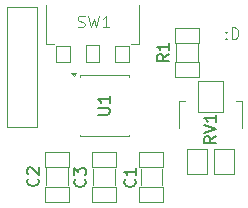
<source format=gbr>
%TF.GenerationSoftware,KiCad,Pcbnew,9.0.7*%
%TF.CreationDate,2026-01-21T13:14:29+02:00*%
%TF.ProjectId,Electronics Assignment 2,456c6563-7472-46f6-9e69-637320417373,rev?*%
%TF.SameCoordinates,Original*%
%TF.FileFunction,Legend,Top*%
%TF.FilePolarity,Positive*%
%FSLAX46Y46*%
G04 Gerber Fmt 4.6, Leading zero omitted, Abs format (unit mm)*
G04 Created by KiCad (PCBNEW 9.0.7) date 2026-01-21 13:14:29*
%MOMM*%
%LPD*%
G01*
G04 APERTURE LIST*
%ADD10C,0.100000*%
%ADD11C,0.150000*%
%ADD12C,0.120000*%
G04 APERTURE END LIST*
D10*
X138908326Y-104408326D02*
X140071073Y-104408326D01*
X140071073Y-105772918D01*
X138908326Y-105772918D01*
X138908326Y-104408326D01*
X146500000Y-105828910D02*
X148500000Y-105828910D01*
X148500000Y-107091428D01*
X146500000Y-107091428D01*
X146500000Y-105828910D01*
X141422647Y-104426123D02*
X142569655Y-104426123D01*
X142569655Y-105773280D01*
X141422647Y-105773280D01*
X141422647Y-104426123D01*
X135500000Y-113398302D02*
X137500000Y-113398302D01*
X137500000Y-114735791D01*
X135500000Y-114735791D01*
X135500000Y-113398302D01*
X148415067Y-107436882D02*
X150576172Y-107436882D01*
X150576172Y-110076172D01*
X148415067Y-110076172D01*
X148415067Y-107436882D01*
X143464546Y-116365497D02*
X145464546Y-116365497D01*
X145464546Y-117653695D01*
X143464546Y-117653695D01*
X143464546Y-116365497D01*
X139436287Y-113429804D02*
X141500000Y-113429804D01*
X141500000Y-114729728D01*
X139436287Y-114729728D01*
X139436287Y-113429804D01*
X135470690Y-116352165D02*
X137524278Y-116352165D01*
X137524278Y-117647835D01*
X135470690Y-117647835D01*
X135470690Y-116352165D01*
X143470301Y-113440225D02*
X145493856Y-113440225D01*
X145493856Y-114731147D01*
X143470301Y-114731147D01*
X143470301Y-113440225D01*
X149788804Y-113172320D02*
X151488308Y-113172320D01*
X151488308Y-115322274D01*
X149788804Y-115322274D01*
X149788804Y-113172320D01*
X139470690Y-116371532D02*
X141470690Y-116371532D01*
X141470690Y-117697687D01*
X139470690Y-117697687D01*
X139470690Y-116371532D01*
X147489475Y-113172320D02*
X149188979Y-113172320D01*
X149188979Y-115322200D01*
X147489475Y-115322200D01*
X147489475Y-113172320D01*
X136423570Y-104428982D02*
X137568311Y-104428982D01*
X137568311Y-105771280D01*
X136423570Y-105771280D01*
X136423570Y-104428982D01*
X146500000Y-102907953D02*
X148500000Y-102907953D01*
X148500000Y-104170471D01*
X146500000Y-104170471D01*
X146500000Y-102907953D01*
X150803884Y-103777180D02*
X150851503Y-103824800D01*
X150851503Y-103824800D02*
X150803884Y-103872419D01*
X150803884Y-103872419D02*
X150756265Y-103824800D01*
X150756265Y-103824800D02*
X150803884Y-103777180D01*
X150803884Y-103777180D02*
X150803884Y-103872419D01*
X150803884Y-103253371D02*
X150851503Y-103300990D01*
X150851503Y-103300990D02*
X150803884Y-103348609D01*
X150803884Y-103348609D02*
X150756265Y-103300990D01*
X150756265Y-103300990D02*
X150803884Y-103253371D01*
X150803884Y-103253371D02*
X150803884Y-103348609D01*
X151280074Y-103872419D02*
X151280074Y-102872419D01*
X151280074Y-102872419D02*
X151518169Y-102872419D01*
X151518169Y-102872419D02*
X151661026Y-102920038D01*
X151661026Y-102920038D02*
X151756264Y-103015276D01*
X151756264Y-103015276D02*
X151803883Y-103110514D01*
X151803883Y-103110514D02*
X151851502Y-103300990D01*
X151851502Y-103300990D02*
X151851502Y-103443847D01*
X151851502Y-103443847D02*
X151803883Y-103634323D01*
X151803883Y-103634323D02*
X151756264Y-103729561D01*
X151756264Y-103729561D02*
X151661026Y-103824800D01*
X151661026Y-103824800D02*
X151518169Y-103872419D01*
X151518169Y-103872419D02*
X151280074Y-103872419D01*
X138256265Y-102824800D02*
X138399122Y-102872419D01*
X138399122Y-102872419D02*
X138637217Y-102872419D01*
X138637217Y-102872419D02*
X138732455Y-102824800D01*
X138732455Y-102824800D02*
X138780074Y-102777180D01*
X138780074Y-102777180D02*
X138827693Y-102681942D01*
X138827693Y-102681942D02*
X138827693Y-102586704D01*
X138827693Y-102586704D02*
X138780074Y-102491466D01*
X138780074Y-102491466D02*
X138732455Y-102443847D01*
X138732455Y-102443847D02*
X138637217Y-102396228D01*
X138637217Y-102396228D02*
X138446741Y-102348609D01*
X138446741Y-102348609D02*
X138351503Y-102300990D01*
X138351503Y-102300990D02*
X138303884Y-102253371D01*
X138303884Y-102253371D02*
X138256265Y-102158133D01*
X138256265Y-102158133D02*
X138256265Y-102062895D01*
X138256265Y-102062895D02*
X138303884Y-101967657D01*
X138303884Y-101967657D02*
X138351503Y-101920038D01*
X138351503Y-101920038D02*
X138446741Y-101872419D01*
X138446741Y-101872419D02*
X138684836Y-101872419D01*
X138684836Y-101872419D02*
X138827693Y-101920038D01*
X139161027Y-101872419D02*
X139399122Y-102872419D01*
X139399122Y-102872419D02*
X139589598Y-102158133D01*
X139589598Y-102158133D02*
X139780074Y-102872419D01*
X139780074Y-102872419D02*
X140018170Y-101872419D01*
X140922931Y-102872419D02*
X140351503Y-102872419D01*
X140637217Y-102872419D02*
X140637217Y-101872419D01*
X140637217Y-101872419D02*
X140541979Y-102015276D01*
X140541979Y-102015276D02*
X140446741Y-102110514D01*
X140446741Y-102110514D02*
X140351503Y-102158133D01*
D11*
X134859580Y-115691666D02*
X134907200Y-115739285D01*
X134907200Y-115739285D02*
X134954819Y-115882142D01*
X134954819Y-115882142D02*
X134954819Y-115977380D01*
X134954819Y-115977380D02*
X134907200Y-116120237D01*
X134907200Y-116120237D02*
X134811961Y-116215475D01*
X134811961Y-116215475D02*
X134716723Y-116263094D01*
X134716723Y-116263094D02*
X134526247Y-116310713D01*
X134526247Y-116310713D02*
X134383390Y-116310713D01*
X134383390Y-116310713D02*
X134192914Y-116263094D01*
X134192914Y-116263094D02*
X134097676Y-116215475D01*
X134097676Y-116215475D02*
X134002438Y-116120237D01*
X134002438Y-116120237D02*
X133954819Y-115977380D01*
X133954819Y-115977380D02*
X133954819Y-115882142D01*
X133954819Y-115882142D02*
X134002438Y-115739285D01*
X134002438Y-115739285D02*
X134050057Y-115691666D01*
X134050057Y-115310713D02*
X134002438Y-115263094D01*
X134002438Y-115263094D02*
X133954819Y-115167856D01*
X133954819Y-115167856D02*
X133954819Y-114929761D01*
X133954819Y-114929761D02*
X134002438Y-114834523D01*
X134002438Y-114834523D02*
X134050057Y-114786904D01*
X134050057Y-114786904D02*
X134145295Y-114739285D01*
X134145295Y-114739285D02*
X134240533Y-114739285D01*
X134240533Y-114739285D02*
X134383390Y-114786904D01*
X134383390Y-114786904D02*
X134954819Y-115358332D01*
X134954819Y-115358332D02*
X134954819Y-114739285D01*
X138834580Y-115741666D02*
X138882200Y-115789285D01*
X138882200Y-115789285D02*
X138929819Y-115932142D01*
X138929819Y-115932142D02*
X138929819Y-116027380D01*
X138929819Y-116027380D02*
X138882200Y-116170237D01*
X138882200Y-116170237D02*
X138786961Y-116265475D01*
X138786961Y-116265475D02*
X138691723Y-116313094D01*
X138691723Y-116313094D02*
X138501247Y-116360713D01*
X138501247Y-116360713D02*
X138358390Y-116360713D01*
X138358390Y-116360713D02*
X138167914Y-116313094D01*
X138167914Y-116313094D02*
X138072676Y-116265475D01*
X138072676Y-116265475D02*
X137977438Y-116170237D01*
X137977438Y-116170237D02*
X137929819Y-116027380D01*
X137929819Y-116027380D02*
X137929819Y-115932142D01*
X137929819Y-115932142D02*
X137977438Y-115789285D01*
X137977438Y-115789285D02*
X138025057Y-115741666D01*
X137929819Y-115408332D02*
X137929819Y-114789285D01*
X137929819Y-114789285D02*
X138310771Y-115122618D01*
X138310771Y-115122618D02*
X138310771Y-114979761D01*
X138310771Y-114979761D02*
X138358390Y-114884523D01*
X138358390Y-114884523D02*
X138406009Y-114836904D01*
X138406009Y-114836904D02*
X138501247Y-114789285D01*
X138501247Y-114789285D02*
X138739342Y-114789285D01*
X138739342Y-114789285D02*
X138834580Y-114836904D01*
X138834580Y-114836904D02*
X138882200Y-114884523D01*
X138882200Y-114884523D02*
X138929819Y-114979761D01*
X138929819Y-114979761D02*
X138929819Y-115265475D01*
X138929819Y-115265475D02*
X138882200Y-115360713D01*
X138882200Y-115360713D02*
X138834580Y-115408332D01*
X149954819Y-112095238D02*
X149478628Y-112428571D01*
X149954819Y-112666666D02*
X148954819Y-112666666D01*
X148954819Y-112666666D02*
X148954819Y-112285714D01*
X148954819Y-112285714D02*
X149002438Y-112190476D01*
X149002438Y-112190476D02*
X149050057Y-112142857D01*
X149050057Y-112142857D02*
X149145295Y-112095238D01*
X149145295Y-112095238D02*
X149288152Y-112095238D01*
X149288152Y-112095238D02*
X149383390Y-112142857D01*
X149383390Y-112142857D02*
X149431009Y-112190476D01*
X149431009Y-112190476D02*
X149478628Y-112285714D01*
X149478628Y-112285714D02*
X149478628Y-112666666D01*
X148954819Y-111809523D02*
X149954819Y-111476190D01*
X149954819Y-111476190D02*
X148954819Y-111142857D01*
X149954819Y-110285714D02*
X149954819Y-110857142D01*
X149954819Y-110571428D02*
X148954819Y-110571428D01*
X148954819Y-110571428D02*
X149097676Y-110666666D01*
X149097676Y-110666666D02*
X149192914Y-110761904D01*
X149192914Y-110761904D02*
X149240533Y-110857142D01*
X143073934Y-115750087D02*
X143121554Y-115797706D01*
X143121554Y-115797706D02*
X143169173Y-115940563D01*
X143169173Y-115940563D02*
X143169173Y-116035801D01*
X143169173Y-116035801D02*
X143121554Y-116178658D01*
X143121554Y-116178658D02*
X143026315Y-116273896D01*
X143026315Y-116273896D02*
X142931077Y-116321515D01*
X142931077Y-116321515D02*
X142740601Y-116369134D01*
X142740601Y-116369134D02*
X142597744Y-116369134D01*
X142597744Y-116369134D02*
X142407268Y-116321515D01*
X142407268Y-116321515D02*
X142312030Y-116273896D01*
X142312030Y-116273896D02*
X142216792Y-116178658D01*
X142216792Y-116178658D02*
X142169173Y-116035801D01*
X142169173Y-116035801D02*
X142169173Y-115940563D01*
X142169173Y-115940563D02*
X142216792Y-115797706D01*
X142216792Y-115797706D02*
X142264411Y-115750087D01*
X143169173Y-114797706D02*
X143169173Y-115369134D01*
X143169173Y-115083420D02*
X142169173Y-115083420D01*
X142169173Y-115083420D02*
X142312030Y-115178658D01*
X142312030Y-115178658D02*
X142407268Y-115273896D01*
X142407268Y-115273896D02*
X142454887Y-115369134D01*
X139954819Y-110261904D02*
X140764342Y-110261904D01*
X140764342Y-110261904D02*
X140859580Y-110214285D01*
X140859580Y-110214285D02*
X140907200Y-110166666D01*
X140907200Y-110166666D02*
X140954819Y-110071428D01*
X140954819Y-110071428D02*
X140954819Y-109880952D01*
X140954819Y-109880952D02*
X140907200Y-109785714D01*
X140907200Y-109785714D02*
X140859580Y-109738095D01*
X140859580Y-109738095D02*
X140764342Y-109690476D01*
X140764342Y-109690476D02*
X139954819Y-109690476D01*
X140954819Y-108690476D02*
X140954819Y-109261904D01*
X140954819Y-108976190D02*
X139954819Y-108976190D01*
X139954819Y-108976190D02*
X140097676Y-109071428D01*
X140097676Y-109071428D02*
X140192914Y-109166666D01*
X140192914Y-109166666D02*
X140240533Y-109261904D01*
X145954819Y-105166666D02*
X145478628Y-105499999D01*
X145954819Y-105738094D02*
X144954819Y-105738094D01*
X144954819Y-105738094D02*
X144954819Y-105357142D01*
X144954819Y-105357142D02*
X145002438Y-105261904D01*
X145002438Y-105261904D02*
X145050057Y-105214285D01*
X145050057Y-105214285D02*
X145145295Y-105166666D01*
X145145295Y-105166666D02*
X145288152Y-105166666D01*
X145288152Y-105166666D02*
X145383390Y-105214285D01*
X145383390Y-105214285D02*
X145431009Y-105261904D01*
X145431009Y-105261904D02*
X145478628Y-105357142D01*
X145478628Y-105357142D02*
X145478628Y-105738094D01*
X145954819Y-104214285D02*
X145954819Y-104785713D01*
X145954819Y-104499999D02*
X144954819Y-104499999D01*
X144954819Y-104499999D02*
X145097676Y-104595237D01*
X145097676Y-104595237D02*
X145192914Y-104690475D01*
X145192914Y-104690475D02*
X145240533Y-104785713D01*
D12*
%TO.C,SW1*%
X135600000Y-101000000D02*
X135600000Y-104300000D01*
X135600000Y-104300000D02*
X136200000Y-104300000D01*
X143400000Y-104300000D02*
X142800000Y-104300000D01*
X143400000Y-104300000D02*
X143400000Y-101000000D01*
%TO.C,C2*%
X135590000Y-114813748D02*
X135590000Y-116236252D01*
X137410000Y-114813748D02*
X137410000Y-116236252D01*
%TO.C,C3*%
X139565000Y-116261252D02*
X139565000Y-114838748D01*
X141385000Y-116261252D02*
X141385000Y-114838748D01*
%TO.C,RV1*%
X146850000Y-109120000D02*
X147360000Y-109120000D01*
X146850000Y-111400000D02*
X146850000Y-109120000D01*
X151650000Y-109120000D02*
X152160000Y-109120000D01*
X152160000Y-109120000D02*
X152160000Y-111400000D01*
%TO.C,C1*%
X143565000Y-114838748D02*
X143565000Y-116261252D01*
X145385000Y-114838748D02*
X145385000Y-116261252D01*
%TO.C,U1*%
X138440000Y-106940000D02*
X142560000Y-106940000D01*
X138440000Y-107035000D02*
X138440000Y-106940000D01*
X138440000Y-112060000D02*
X138440000Y-111965000D01*
X142560000Y-106940000D02*
X142560000Y-107035000D01*
X142560000Y-111965000D02*
X142560000Y-112060000D01*
X142560000Y-112060000D02*
X138440000Y-112060000D01*
X137900000Y-107030000D02*
X137660000Y-106700000D01*
X138140000Y-106700000D01*
X137900000Y-107030000D01*
G36*
X137900000Y-107030000D02*
G01*
X137660000Y-106700000D01*
X138140000Y-106700000D01*
X137900000Y-107030000D01*
G37*
%TO.C,J2*%
X132230000Y-101110000D02*
X132230000Y-111270000D01*
X132230000Y-101110000D02*
X134770000Y-101110000D01*
X132230000Y-111270000D02*
X134770000Y-111270000D01*
X134770000Y-101110000D02*
X134770000Y-111270000D01*
%TO.C,R1*%
X146590000Y-104272936D02*
X146590000Y-105727064D01*
X148410000Y-104272936D02*
X148410000Y-105727064D01*
%TD*%
M02*

</source>
